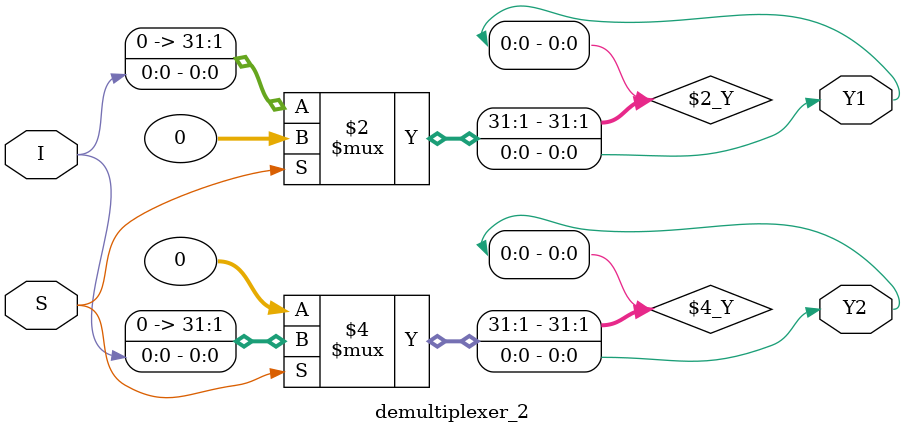
<source format=v>
`timescale 1ns / 1ps

module multiplexer_2(
        input S,
        input I1, I2,
        output Y
    );
    wire i1_w, i2_w;
    and u1(i1_w, ~S, I1);
    and u2(i2_w, S, I2);
    or u3(Y, i1_w, i2_w);
//    assign Y = S ? I2 : I1;
endmodule

module demultiplexer_2(
        input S,
        input I,
        output Y1, Y2
    );
    assign Y1 = S ? 0 : I;
    assign Y2 = S ? I : 0;
endmodule
</source>
